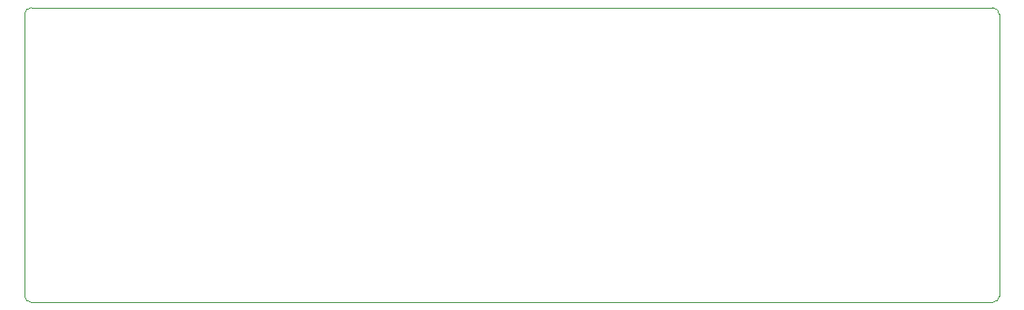
<source format=gko>
G04 #@! TF.GenerationSoftware,KiCad,Pcbnew,5.1.4-e60b266~84~ubuntu18.04.1*
G04 #@! TF.CreationDate,2019-10-20T18:50:50+01:00*
G04 #@! TF.ProjectId,triggerseq,74726967-6765-4727-9365-712e6b696361,rev?*
G04 #@! TF.SameCoordinates,Original*
G04 #@! TF.FileFunction,Profile,NP*
%FSLAX46Y46*%
G04 Gerber Fmt 4.6, Leading zero omitted, Abs format (unit mm)*
G04 Created by KiCad (PCBNEW 5.1.4-e60b266~84~ubuntu18.04.1) date 2019-10-20 18:50:50*
%MOMM*%
%LPD*%
G04 APERTURE LIST*
%ADD10C,0.050000*%
G04 APERTURE END LIST*
D10*
X101358600Y-91356100D02*
X101358600Y-118651100D01*
X101993600Y-119286100D02*
G75*
G02X101358600Y-118651100I0J635000D01*
G01*
X101993600Y-119286100D02*
X195008600Y-119286100D01*
X195643600Y-118651100D02*
G75*
G02X195008600Y-119286100I-635000J0D01*
G01*
X195643600Y-118651100D02*
X195643600Y-91356100D01*
X195008600Y-90721100D02*
G75*
G02X195643600Y-91356100I0J-635000D01*
G01*
X195008600Y-90721100D02*
X101993600Y-90721100D01*
X101358600Y-91356100D02*
G75*
G02X101993600Y-90721100I635000J0D01*
G01*
M02*

</source>
